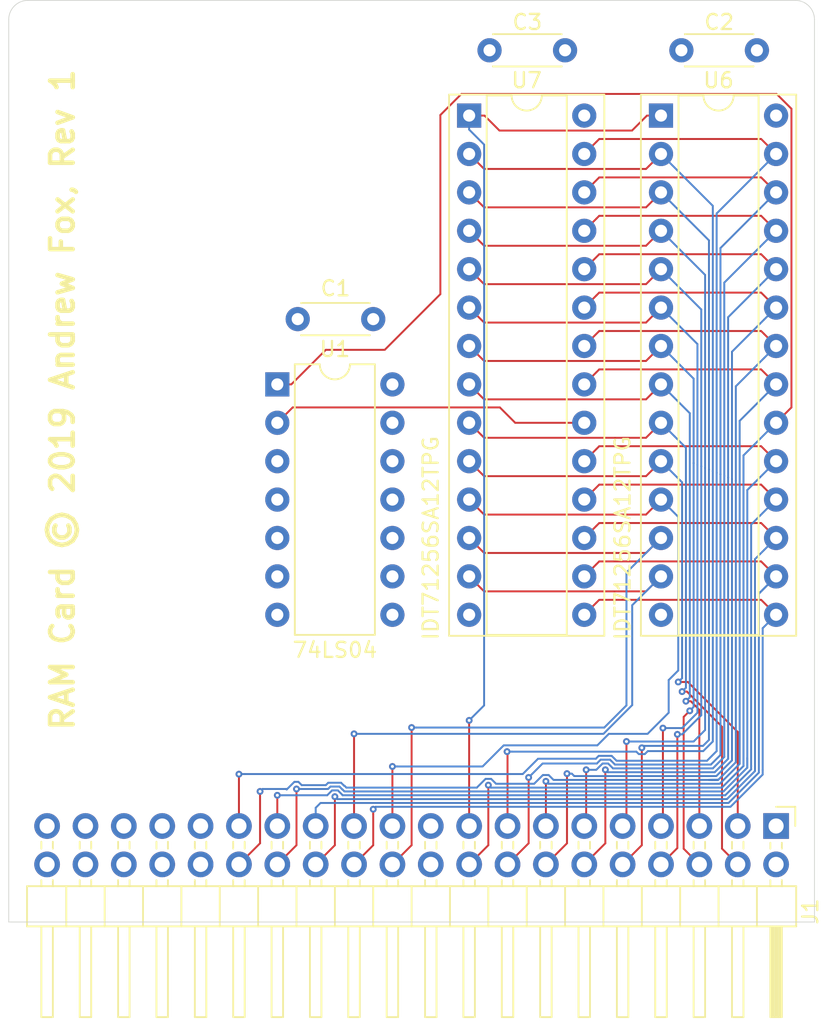
<source format=kicad_pcb>
(kicad_pcb (version 20171130) (host pcbnew "(5.1.0-0)")
  (title_block (title "RAM Card"))
  (layers (0 F.Cu signal) (1 GND.Cu power hide) (2 VCC.Cu power hide) (31 B.Cu signal) (34 B.Paste user) (35 F.Paste user) (36 B.SilkS user) (37 F.SilkS user) (38 B.Mask user) (39 F.Mask user) (44 Edge.Cuts user))
  (net 0 "")
  (net 1 GND)
  (net 2 VCC)
  (net 3 /~PO)
  (net 4 /~PI)
  (net 5 /DataBus7)
  (net 6 /DataBus6)
  (net 7 /DataBus5)
  (net 8 /DataBus4)
  (net 9 /DataBus3)
  (net 10 /DataBus2)
  (net 11 /DataBus1)
  (net 12 /DataBus0)
  (net 13 /AddressBus15)
  (net 14 /AddressBus14)
  (net 15 /AddressBus13)
  (net 16 /AddressBus12)
  (net 17 /AddressBus11)
  (net 18 /AddressBus10)
  (net 19 /AddressBus9)
  (net 20 /AddressBus8)
  (net 21 /AddressBus7)
  (net 22 /AddressBus6)
  (net 23 /AddressBus5)
  (net 24 /AddressBus4)
  (net 25 /AddressBus3)
  (net 26 /AddressBus2)
  (net 27 /AddressBus1)
  (net 28 /AddressBus0)
  (net 29 "Net-(U1-Pad2)")
  (module Connector_PinHeader_2.54mm:PinHeader_2x20_P2.54mm_Horizontal (layer F.Cu) (at 149.86 107.95 270)
    (fp_text reference J1 (at 5.655 -2.27 270) (layer F.SilkS))
    (fp_text value "Device 2")
    (pad 40 thru_hole oval (at 2.54 48.26 270) (size 1.7 1.7) (drill 1) (layers *.Cu *.Mask) (net 1 GND))
    (pad 39 thru_hole oval (at 0 48.26 270) (size 1.7 1.7) (drill 1) (layers *.Cu *.Mask) (net 1 GND))
    (pad 38 thru_hole oval (at 2.54 45.72 270) (size 1.7 1.7) (drill 1) (layers *.Cu *.Mask) (net 1 GND))
    (pad 37 thru_hole oval (at 0 45.72 270) (size 1.7 1.7) (drill 1) (layers *.Cu *.Mask) (net 1 GND))
    (pad 36 thru_hole oval (at 2.54 43.18 270) (size 1.7 1.7) (drill 1) (layers *.Cu *.Mask) (net 1 GND))
    (pad 35 thru_hole oval (at 0 43.18 270) (size 1.7 1.7) (drill 1) (layers *.Cu *.Mask) (net 1 GND))
    (pad 34 thru_hole oval (at 2.54 40.64 270) (size 1.7 1.7) (drill 1) (layers *.Cu *.Mask) (net 1 GND))
    (pad 33 thru_hole oval (at 0 40.64 270) (size 1.7 1.7) (drill 1) (layers *.Cu *.Mask) (net 1 GND))
    (pad 32 thru_hole oval (at 2.54 38.1 270) (size 1.7 1.7) (drill 1) (layers *.Cu *.Mask) (net 1 GND))
    (pad 31 thru_hole oval (at 0 38.1 270) (size 1.7 1.7) (drill 1) (layers *.Cu *.Mask) (net 1 GND))
    (pad 30 thru_hole oval (at 2.54 35.56 270) (size 1.7 1.7) (drill 1) (layers *.Cu *.Mask) (net 3 /~PO))
    (pad 29 thru_hole oval (at 0 35.56 270) (size 1.7 1.7) (drill 1) (layers *.Cu *.Mask) (net 4 /~PI))
    (pad 28 thru_hole oval (at 2.54 33.02 270) (size 1.7 1.7) (drill 1) (layers *.Cu *.Mask) (net 5 /DataBus7))
    (pad 27 thru_hole oval (at 0 33.02 270) (size 1.7 1.7) (drill 1) (layers *.Cu *.Mask) (net 6 /DataBus6))
    (pad 26 thru_hole oval (at 2.54 30.48 270) (size 1.7 1.7) (drill 1) (layers *.Cu *.Mask) (net 7 /DataBus5))
    (pad 25 thru_hole oval (at 0 30.48 270) (size 1.7 1.7) (drill 1) (layers *.Cu *.Mask) (net 8 /DataBus4))
    (pad 24 thru_hole oval (at 2.54 27.94 270) (size 1.7 1.7) (drill 1) (layers *.Cu *.Mask) (net 9 /DataBus3))
    (pad 23 thru_hole oval (at 0 27.94 270) (size 1.7 1.7) (drill 1) (layers *.Cu *.Mask) (net 10 /DataBus2))
    (pad 22 thru_hole oval (at 2.54 25.4 270) (size 1.7 1.7) (drill 1) (layers *.Cu *.Mask) (net 11 /DataBus1))
    (pad 21 thru_hole oval (at 0 25.4 270) (size 1.7 1.7) (drill 1) (layers *.Cu *.Mask) (net 12 /DataBus0))
    (pad 20 thru_hole oval (at 2.54 22.86 270) (size 1.7 1.7) (drill 1) (layers *.Cu *.Mask))
    (pad 19 thru_hole oval (at 0 22.86 270) (size 1.7 1.7) (drill 1) (layers *.Cu *.Mask))
    (pad 18 thru_hole oval (at 2.54 20.32 270) (size 1.7 1.7) (drill 1) (layers *.Cu *.Mask) (net 13 /AddressBus15))
    (pad 17 thru_hole oval (at 0 20.32 270) (size 1.7 1.7) (drill 1) (layers *.Cu *.Mask) (net 14 /AddressBus14))
    (pad 16 thru_hole oval (at 2.54 17.78 270) (size 1.7 1.7) (drill 1) (layers *.Cu *.Mask) (net 15 /AddressBus13))
    (pad 15 thru_hole oval (at 0 17.78 270) (size 1.7 1.7) (drill 1) (layers *.Cu *.Mask) (net 16 /AddressBus12))
    (pad 14 thru_hole oval (at 2.54 15.24 270) (size 1.7 1.7) (drill 1) (layers *.Cu *.Mask) (net 17 /AddressBus11))
    (pad 13 thru_hole oval (at 0 15.24 270) (size 1.7 1.7) (drill 1) (layers *.Cu *.Mask) (net 18 /AddressBus10))
    (pad 12 thru_hole oval (at 2.54 12.7 270) (size 1.7 1.7) (drill 1) (layers *.Cu *.Mask) (net 19 /AddressBus9))
    (pad 11 thru_hole oval (at 0 12.7 270) (size 1.7 1.7) (drill 1) (layers *.Cu *.Mask) (net 20 /AddressBus8))
    (pad 10 thru_hole oval (at 2.54 10.16 270) (size 1.7 1.7) (drill 1) (layers *.Cu *.Mask) (net 21 /AddressBus7))
    (pad 9 thru_hole oval (at 0 10.16 270) (size 1.7 1.7) (drill 1) (layers *.Cu *.Mask) (net 22 /AddressBus6))
    (pad 8 thru_hole oval (at 2.54 7.62 270) (size 1.7 1.7) (drill 1) (layers *.Cu *.Mask) (net 23 /AddressBus5))
    (pad 7 thru_hole oval (at 0 7.62 270) (size 1.7 1.7) (drill 1) (layers *.Cu *.Mask) (net 24 /AddressBus4))
    (pad 6 thru_hole oval (at 2.54 5.08 270) (size 1.7 1.7) (drill 1) (layers *.Cu *.Mask) (net 25 /AddressBus3))
    (pad 5 thru_hole oval (at 0 5.08 270) (size 1.7 1.7) (drill 1) (layers *.Cu *.Mask) (net 26 /AddressBus2))
    (pad 4 thru_hole oval (at 2.54 2.54 270) (size 1.7 1.7) (drill 1) (layers *.Cu *.Mask) (net 27 /AddressBus1))
    (pad 3 thru_hole oval (at 0 2.54 270) (size 1.7 1.7) (drill 1) (layers *.Cu *.Mask) (net 28 /AddressBus0))
    (pad 2 thru_hole oval (at 2.54 0 270) (size 1.7 1.7) (drill 1) (layers *.Cu *.Mask) (net 2 VCC))
    (pad 1 thru_hole rect (at 0 0 270) (size 1.7 1.7) (drill 1) (layers *.Cu *.Mask) (net 1 GND))
  )
  (module Capacitor_THT:C_Disc_D4.3mm_W1.9mm_P5.00mm (layer F.Cu) (at 123.19 74.422 180)
    (fp_text reference C1 (at 2.5 2.032 180) (layer F.SilkS))
    (fp_text value 100nF)
    (pad 2 thru_hole circle (at 5 0 180) (size 1.6 1.6) (drill 0.8) (layers *.Cu *.Mask) (net 1 GND))
    (pad 1 thru_hole circle (at 0 0 180) (size 1.6 1.6) (drill 0.8) (layers *.Cu *.Mask) (net 2 VCC))
  )
  (module Package_DIP:DIP-28_W7.62mm_Socket (layer F.Cu) (at 142.24 60.96)
    (fp_text reference U6 (at 3.81 -2.33) (layer F.SilkS))
    (fp_text value IDT71256SA12TPG (at -2.54 27.94 90) (layer F.SilkS))
    (pad 28 thru_hole oval (at 7.62 0) (size 1.6 1.6) (drill 0.8) (layers *.Cu *.Mask) (net 2 VCC))
    (pad 14 thru_hole oval (at 0 33.02) (size 1.6 1.6) (drill 0.8) (layers *.Cu *.Mask) (net 1 GND))
    (pad 27 thru_hole oval (at 7.62 2.54) (size 1.6 1.6) (drill 0.8) (layers *.Cu *.Mask) (net 4 /~PI))
    (pad 13 thru_hole oval (at 0 30.48) (size 1.6 1.6) (drill 0.8) (layers *.Cu *.Mask) (net 10 /DataBus2))
    (pad 26 thru_hole oval (at 7.62 5.08) (size 1.6 1.6) (drill 0.8) (layers *.Cu *.Mask) (net 15 /AddressBus13))
    (pad 12 thru_hole oval (at 0 27.94) (size 1.6 1.6) (drill 0.8) (layers *.Cu *.Mask) (net 11 /DataBus1))
    (pad 25 thru_hole oval (at 7.62 7.62) (size 1.6 1.6) (drill 0.8) (layers *.Cu *.Mask) (net 20 /AddressBus8))
    (pad 11 thru_hole oval (at 0 25.4) (size 1.6 1.6) (drill 0.8) (layers *.Cu *.Mask) (net 12 /DataBus0))
    (pad 24 thru_hole oval (at 7.62 10.16) (size 1.6 1.6) (drill 0.8) (layers *.Cu *.Mask) (net 19 /AddressBus9))
    (pad 10 thru_hole oval (at 0 22.86) (size 1.6 1.6) (drill 0.8) (layers *.Cu *.Mask) (net 28 /AddressBus0))
    (pad 23 thru_hole oval (at 7.62 12.7) (size 1.6 1.6) (drill 0.8) (layers *.Cu *.Mask) (net 17 /AddressBus11))
    (pad 9 thru_hole oval (at 0 20.32) (size 1.6 1.6) (drill 0.8) (layers *.Cu *.Mask) (net 27 /AddressBus1))
    (pad 22 thru_hole oval (at 7.62 15.24) (size 1.6 1.6) (drill 0.8) (layers *.Cu *.Mask) (net 3 /~PO))
    (pad 8 thru_hole oval (at 0 17.78) (size 1.6 1.6) (drill 0.8) (layers *.Cu *.Mask) (net 26 /AddressBus2))
    (pad 21 thru_hole oval (at 7.62 17.78) (size 1.6 1.6) (drill 0.8) (layers *.Cu *.Mask) (net 18 /AddressBus10))
    (pad 7 thru_hole oval (at 0 15.24) (size 1.6 1.6) (drill 0.8) (layers *.Cu *.Mask) (net 25 /AddressBus3))
    (pad 20 thru_hole oval (at 7.62 20.32) (size 1.6 1.6) (drill 0.8) (layers *.Cu *.Mask) (net 13 /AddressBus15))
    (pad 6 thru_hole oval (at 0 12.7) (size 1.6 1.6) (drill 0.8) (layers *.Cu *.Mask) (net 24 /AddressBus4))
    (pad 19 thru_hole oval (at 7.62 22.86) (size 1.6 1.6) (drill 0.8) (layers *.Cu *.Mask) (net 5 /DataBus7))
    (pad 5 thru_hole oval (at 0 10.16) (size 1.6 1.6) (drill 0.8) (layers *.Cu *.Mask) (net 23 /AddressBus5))
    (pad 18 thru_hole oval (at 7.62 25.4) (size 1.6 1.6) (drill 0.8) (layers *.Cu *.Mask) (net 6 /DataBus6))
    (pad 4 thru_hole oval (at 0 7.62) (size 1.6 1.6) (drill 0.8) (layers *.Cu *.Mask) (net 22 /AddressBus6))
    (pad 17 thru_hole oval (at 7.62 27.94) (size 1.6 1.6) (drill 0.8) (layers *.Cu *.Mask) (net 7 /DataBus5))
    (pad 3 thru_hole oval (at 0 5.08) (size 1.6 1.6) (drill 0.8) (layers *.Cu *.Mask) (net 21 /AddressBus7))
    (pad 16 thru_hole oval (at 7.62 30.48) (size 1.6 1.6) (drill 0.8) (layers *.Cu *.Mask) (net 8 /DataBus4))
    (pad 2 thru_hole oval (at 0 2.54) (size 1.6 1.6) (drill 0.8) (layers *.Cu *.Mask) (net 16 /AddressBus12))
    (pad 15 thru_hole oval (at 7.62 33.02) (size 1.6 1.6) (drill 0.8) (layers *.Cu *.Mask) (net 9 /DataBus3))
    (pad 1 thru_hole rect (at 0 0) (size 1.6 1.6) (drill 0.8) (layers *.Cu *.Mask) (net 14 /AddressBus14))
  )
  (module Package_DIP:DIP-14_W7.62mm (layer F.Cu) (at 116.84 78.74)
    (fp_text reference U1 (at 3.81 -2.33) (layer F.SilkS))
    (fp_text value 74LS04 (at 3.81 17.57) (layer F.SilkS))
    (pad 1 thru_hole rect (at 0 0) (size 1.6 1.6) (drill 0.8) (layers *.Cu *.Mask) (net 13 /AddressBus15))
    (pad 8 thru_hole oval (at 7.62 15.24) (size 1.6 1.6) (drill 0.8) (layers *.Cu *.Mask))
    (pad 2 thru_hole oval (at 0 2.54) (size 1.6 1.6) (drill 0.8) (layers *.Cu *.Mask) (net 29 "Net-(U1-Pad2)"))
    (pad 9 thru_hole oval (at 7.62 12.7) (size 1.6 1.6) (drill 0.8) (layers *.Cu *.Mask) (net 2 VCC))
    (pad 3 thru_hole oval (at 0 5.08) (size 1.6 1.6) (drill 0.8) (layers *.Cu *.Mask) (net 2 VCC))
    (pad 10 thru_hole oval (at 7.62 10.16) (size 1.6 1.6) (drill 0.8) (layers *.Cu *.Mask))
    (pad 4 thru_hole oval (at 0 7.62) (size 1.6 1.6) (drill 0.8) (layers *.Cu *.Mask))
    (pad 11 thru_hole oval (at 7.62 7.62) (size 1.6 1.6) (drill 0.8) (layers *.Cu *.Mask) (net 2 VCC))
    (pad 5 thru_hole oval (at 0 10.16) (size 1.6 1.6) (drill 0.8) (layers *.Cu *.Mask) (net 2 VCC))
    (pad 12 thru_hole oval (at 7.62 5.08) (size 1.6 1.6) (drill 0.8) (layers *.Cu *.Mask))
    (pad 6 thru_hole oval (at 0 12.7) (size 1.6 1.6) (drill 0.8) (layers *.Cu *.Mask))
    (pad 13 thru_hole oval (at 7.62 2.54) (size 1.6 1.6) (drill 0.8) (layers *.Cu *.Mask) (net 2 VCC))
    (pad 7 thru_hole oval (at 0 15.24) (size 1.6 1.6) (drill 0.8) (layers *.Cu *.Mask))
    (pad 14 thru_hole oval (at 7.62 0) (size 1.6 1.6) (drill 0.8) (layers *.Cu *.Mask))
  )
  (module Package_DIP:DIP-28_W7.62mm_Socket (layer F.Cu) (at 129.54 60.96)
    (fp_text reference U7 (at 3.81 -2.33) (layer F.SilkS))
    (fp_text value IDT71256SA12TPG (at -2.54 27.94 90) (layer F.SilkS))
    (pad 28 thru_hole oval (at 7.62 0) (size 1.6 1.6) (drill 0.8) (layers *.Cu *.Mask) (net 2 VCC))
    (pad 14 thru_hole oval (at 0 33.02) (size 1.6 1.6) (drill 0.8) (layers *.Cu *.Mask) (net 1 GND))
    (pad 27 thru_hole oval (at 7.62 2.54) (size 1.6 1.6) (drill 0.8) (layers *.Cu *.Mask) (net 4 /~PI))
    (pad 13 thru_hole oval (at 0 30.48) (size 1.6 1.6) (drill 0.8) (layers *.Cu *.Mask) (net 10 /DataBus2))
    (pad 26 thru_hole oval (at 7.62 5.08) (size 1.6 1.6) (drill 0.8) (layers *.Cu *.Mask) (net 15 /AddressBus13))
    (pad 12 thru_hole oval (at 0 27.94) (size 1.6 1.6) (drill 0.8) (layers *.Cu *.Mask) (net 11 /DataBus1))
    (pad 25 thru_hole oval (at 7.62 7.62) (size 1.6 1.6) (drill 0.8) (layers *.Cu *.Mask) (net 20 /AddressBus8))
    (pad 11 thru_hole oval (at 0 25.4) (size 1.6 1.6) (drill 0.8) (layers *.Cu *.Mask) (net 12 /DataBus0))
    (pad 24 thru_hole oval (at 7.62 10.16) (size 1.6 1.6) (drill 0.8) (layers *.Cu *.Mask) (net 19 /AddressBus9))
    (pad 10 thru_hole oval (at 0 22.86) (size 1.6 1.6) (drill 0.8) (layers *.Cu *.Mask) (net 28 /AddressBus0))
    (pad 23 thru_hole oval (at 7.62 12.7) (size 1.6 1.6) (drill 0.8) (layers *.Cu *.Mask) (net 17 /AddressBus11))
    (pad 9 thru_hole oval (at 0 20.32) (size 1.6 1.6) (drill 0.8) (layers *.Cu *.Mask) (net 27 /AddressBus1))
    (pad 22 thru_hole oval (at 7.62 15.24) (size 1.6 1.6) (drill 0.8) (layers *.Cu *.Mask) (net 3 /~PO))
    (pad 8 thru_hole oval (at 0 17.78) (size 1.6 1.6) (drill 0.8) (layers *.Cu *.Mask) (net 26 /AddressBus2))
    (pad 21 thru_hole oval (at 7.62 17.78) (size 1.6 1.6) (drill 0.8) (layers *.Cu *.Mask) (net 18 /AddressBus10))
    (pad 7 thru_hole oval (at 0 15.24) (size 1.6 1.6) (drill 0.8) (layers *.Cu *.Mask) (net 25 /AddressBus3))
    (pad 20 thru_hole oval (at 7.62 20.32) (size 1.6 1.6) (drill 0.8) (layers *.Cu *.Mask) (net 29 "Net-(U1-Pad2)"))
    (pad 6 thru_hole oval (at 0 12.7) (size 1.6 1.6) (drill 0.8) (layers *.Cu *.Mask) (net 24 /AddressBus4))
    (pad 19 thru_hole oval (at 7.62 22.86) (size 1.6 1.6) (drill 0.8) (layers *.Cu *.Mask) (net 5 /DataBus7))
    (pad 5 thru_hole oval (at 0 10.16) (size 1.6 1.6) (drill 0.8) (layers *.Cu *.Mask) (net 23 /AddressBus5))
    (pad 18 thru_hole oval (at 7.62 25.4) (size 1.6 1.6) (drill 0.8) (layers *.Cu *.Mask) (net 6 /DataBus6))
    (pad 4 thru_hole oval (at 0 7.62) (size 1.6 1.6) (drill 0.8) (layers *.Cu *.Mask) (net 22 /AddressBus6))
    (pad 17 thru_hole oval (at 7.62 27.94) (size 1.6 1.6) (drill 0.8) (layers *.Cu *.Mask) (net 7 /DataBus5))
    (pad 3 thru_hole oval (at 0 5.08) (size 1.6 1.6) (drill 0.8) (layers *.Cu *.Mask) (net 21 /AddressBus7))
    (pad 16 thru_hole oval (at 7.62 30.48) (size 1.6 1.6) (drill 0.8) (layers *.Cu *.Mask) (net 8 /DataBus4))
    (pad 2 thru_hole oval (at 0 2.54) (size 1.6 1.6) (drill 0.8) (layers *.Cu *.Mask) (net 16 /AddressBus12))
    (pad 15 thru_hole oval (at 7.62 33.02) (size 1.6 1.6) (drill 0.8) (layers *.Cu *.Mask) (net 9 /DataBus3))
    (pad 1 thru_hole rect (at 0 0) (size 1.6 1.6) (drill 0.8) (layers *.Cu *.Mask) (net 14 /AddressBus14))
  )
  (module Capacitor_THT:C_Disc_D4.3mm_W1.9mm_P5.00mm (layer F.Cu) (at 135.89 56.642 180)
    (fp_text reference C3 (at 2.5 1.864 180) (layer F.SilkS))
    (fp_text value 100nF)
    (pad 2 thru_hole circle (at 5 0 180) (size 1.6 1.6) (drill 0.8) (layers *.Cu *.Mask) (net 1 GND))
    (pad 1 thru_hole circle (at 0 0 180) (size 1.6 1.6) (drill 0.8) (layers *.Cu *.Mask) (net 2 VCC))
  )
  (module Capacitor_THT:C_Disc_D4.3mm_W1.9mm_P5.00mm (layer F.Cu) (at 148.59 56.642 180)
    (fp_text reference C2 (at 2.5 1.864 180) (layer F.SilkS))
    (fp_text value 100nF)
    (pad 2 thru_hole circle (at 5 0 180) (size 1.6 1.6) (drill 0.8) (layers *.Cu *.Mask) (net 1 GND))
    (pad 1 thru_hole circle (at 0 0 180) (size 1.6 1.6) (drill 0.8) (layers *.Cu *.Mask) (net 2 VCC))
  )
  (gr_arc (start 151.13 54.61) (end 152.4 54.61) (angle -90) (layer Edge.Cuts) (width 0.05))
  (gr_arc (start 100.33 54.61) (end 100.33 53.34) (angle -90) (layer Edge.Cuts) (width 0.05))
  (gr_line (start 99.06 114.3) (end 152.4 114.3) (layer Edge.Cuts) (width 0.05))
  (gr_line (start 99.06 54.61) (end 99.06 114.3) (layer Edge.Cuts) (width 0.05))
  (gr_line (start 151.13 53.34) (end 100.33 53.34) (layer Edge.Cuts) (width 0.05))
  (gr_line (start 152.4 114.3) (end 152.4 54.61) (layer Edge.Cuts) (width 0.05))
  (gr_text "RAM Card © 2019 Andrew Fox, Rev 1" (at 102.616 79.756 90) (layer F.SilkS) (effects (font (size 1.5 1.5) (thickness 0.3))))
  (segment (start 149.060001 75.400001) (end 149.86 76.2) (width 0.127) (layer F.Cu) (net 3))
  (segment (start 148.869499 75.209499) (end 149.060001 75.400001) (width 0.127) (layer F.Cu) (net 3))
  (segment (start 138.150501 75.209499) (end 148.869499 75.209499) (width 0.127) (layer F.Cu) (net 3))
  (segment (start 137.16 76.2) (end 138.150501 75.209499) (width 0.127) (layer F.Cu) (net 3))
  (via (at 115.697 105.664) (size 0.45) (drill 0.2) (layers F.Cu B.Cu) (net 3))
  (segment (start 115.697 109.093) (end 114.3 110.49) (width 0.127) (layer F.Cu) (net 3))
  (segment (start 115.697 105.664) (end 115.697 109.093) (width 0.127) (layer F.Cu) (net 3))
  (segment (start 146.006506 104.90194) (end 146.00651 104.901938) (width 0.127) (layer B.Cu) (net 3))
  (segment (start 145.79606 104.90194) (end 146.006506 104.90194) (width 0.127) (layer B.Cu) (net 3))
  (segment (start 145.54206 104.90194) (end 146.02466 104.90194) (width 0.127) (layer B.Cu) (net 3))
  (segment (start 145.64366 104.90194) (end 146.006508 104.90194) (width 0.127) (layer B.Cu) (net 3))
  (segment (start 145.54206 104.90194) (end 145.64366 104.90194) (width 0.127) (layer B.Cu) (net 3))
  (segment (start 145.41494 104.90194) (end 146.02466 104.90194) (width 0.127) (layer B.Cu) (net 3))
  (segment (start 145.41494 104.90194) (end 145.54206 104.90194) (width 0.127) (layer B.Cu) (net 3))
  (segment (start 120.04951 105.24849) (end 120.211021 105.086979) (width 0.127) (layer B.Cu) (net 3))
  (segment (start 120.211021 105.086979) (end 121.059869 105.086979) (width 0.127) (layer B.Cu) (net 3))
  (segment (start 130.994969 104.832969) (end 131.31795 105.15595) (width 0.127) (layer B.Cu) (net 3))
  (segment (start 115.858501 105.502499) (end 117.426057 105.502499) (width 0.127) (layer B.Cu) (net 3))
  (segment (start 115.697 105.664) (end 115.858501 105.502499) (width 0.127) (layer B.Cu) (net 3))
  (segment (start 135.12794 104.90194) (end 145.41494 104.90194) (width 0.127) (layer B.Cu) (net 3))
  (segment (start 117.460558 105.537) (end 117.968558 105.029) (width 0.127) (layer B.Cu) (net 3))
  (segment (start 134.804948 104.578948) (end 135.12794 104.90194) (width 0.127) (layer B.Cu) (net 3))
  (segment (start 117.426057 105.502499) (end 117.460558 105.537) (width 0.127) (layer B.Cu) (net 3))
  (segment (start 117.968558 105.029) (end 118.237 105.029) (width 0.127) (layer B.Cu) (net 3))
  (segment (start 121.41196 105.40996) (end 130.04804 105.40996) (width 0.127) (layer B.Cu) (net 3))
  (segment (start 118.237 105.029) (end 118.45649 105.24849) (width 0.127) (layer B.Cu) (net 3))
  (segment (start 121.25589 105.283) (end 121.285 105.283) (width 0.127) (layer B.Cu) (net 3))
  (segment (start 134.420559 104.578948) (end 134.804948 104.578948) (width 0.127) (layer B.Cu) (net 3))
  (segment (start 130.625031 104.832969) (end 130.994969 104.832969) (width 0.127) (layer B.Cu) (net 3))
  (segment (start 121.285 105.283) (end 121.41196 105.40996) (width 0.127) (layer B.Cu) (net 3))
  (segment (start 130.04804 105.40996) (end 130.625031 104.832969) (width 0.127) (layer B.Cu) (net 3))
  (segment (start 118.45649 105.24849) (end 120.04951 105.24849) (width 0.127) (layer B.Cu) (net 3))
  (segment (start 133.843557 105.15595) (end 134.420559 104.578948) (width 0.127) (layer B.Cu) (net 3))
  (segment (start 131.31795 105.15595) (end 133.843557 105.15595) (width 0.127) (layer B.Cu) (net 3))
  (segment (start 121.059869 105.086979) (end 121.25589 105.283) (width 0.127) (layer B.Cu) (net 3))
  (segment (start 145.64366 104.90194) (end 145.79606 104.90194) (width 0.127) (layer B.Cu) (net 3))
  (segment (start 147.192959 103.733641) (end 147.192959 85.108166) (width 0.127) (layer B.Cu) (net 3))
  (segment (start 147.193055 78.866945) (end 149.060001 76.999999) (width 0.127) (layer B.Cu) (net 3))
  (segment (start 147.193055 85.10807) (end 147.193055 78.866945) (width 0.127) (layer B.Cu) (net 3))
  (segment (start 147.192959 85.108166) (end 147.193055 85.10807) (width 0.127) (layer B.Cu) (net 3))
  (segment (start 146.02466 104.90194) (end 147.192959 103.733641) (width 0.127) (layer B.Cu) (net 3))
  (segment (start 149.060001 76.999999) (end 149.86 76.2) (width 0.127) (layer B.Cu) (net 3))
  (segment (start 137.959999 62.700001) (end 137.16 63.5) (width 0.127) (layer F.Cu) (net 4))
  (segment (start 138.150501 62.509499) (end 137.959999 62.700001) (width 0.127) (layer F.Cu) (net 4))
  (segment (start 148.869499 62.509499) (end 138.150501 62.509499) (width 0.127) (layer F.Cu) (net 4))
  (segment (start 149.86 63.5) (end 148.869499 62.509499) (width 0.127) (layer F.Cu) (net 4))
  (segment (start 133.088754 104.513754) (end 114.688246 104.513754) (width 0.127) (layer B.Cu) (net 4))
  (segment (start 134.104754 103.497754) (end 133.088754 104.513754) (width 0.127) (layer B.Cu) (net 4))
  (segment (start 138.974133 103.308909) (end 138.118091 103.308909) (width 0.127) (layer B.Cu) (net 4))
  (segment (start 137.914754 103.497754) (end 134.104754 103.497754) (width 0.127) (layer B.Cu) (net 4))
  (segment (start 139.297114 103.63189) (end 138.974133 103.308909) (width 0.127) (layer B.Cu) (net 4))
  (segment (start 145.922905 102.997095) (end 145.28811 103.63189) (width 0.127) (layer B.Cu) (net 4))
  (segment (start 145.923 84.582001) (end 145.922905 84.582096) (width 0.127) (layer B.Cu) (net 4))
  (segment (start 138.118091 103.308909) (end 137.922 103.505) (width 0.127) (layer B.Cu) (net 4))
  (segment (start 145.922905 84.582096) (end 145.922905 102.997095) (width 0.127) (layer B.Cu) (net 4))
  (segment (start 145.28811 103.63189) (end 139.297114 103.63189) (width 0.127) (layer B.Cu) (net 4))
  (segment (start 145.923 67.437) (end 145.923 84.582001) (width 0.127) (layer B.Cu) (net 4))
  (segment (start 137.922 103.505) (end 137.914754 103.497754) (width 0.127) (layer B.Cu) (net 4))
  (segment (start 149.86 63.5) (end 145.923 67.437) (width 0.127) (layer B.Cu) (net 4))
  (via (at 114.3 104.521) (size 0.45) (drill 0.2) (layers F.Cu B.Cu) (net 4))
  (segment (start 114.307246 104.513754) (end 114.3 104.521) (width 0.127) (layer B.Cu) (net 4))
  (segment (start 114.688246 104.513754) (end 114.307246 104.513754) (width 0.127) (layer B.Cu) (net 4))
  (segment (start 114.3 104.521) (end 114.3 107.95) (width 0.127) (layer F.Cu) (net 4))
  (segment (start 137.959999 83.020001) (end 137.16 83.82) (width 0.127) (layer F.Cu) (net 5))
  (segment (start 138.150501 82.829499) (end 137.959999 83.020001) (width 0.127) (layer F.Cu) (net 5))
  (segment (start 148.869499 82.829499) (end 138.150501 82.829499) (width 0.127) (layer F.Cu) (net 5))
  (segment (start 149.86 83.82) (end 148.869499 82.829499) (width 0.127) (layer F.Cu) (net 5))
  (segment (start 147.954981 85.725019) (end 149.86 83.82) (width 0.127) (layer B.Cu) (net 5))
  (segment (start 147.954981 103.454219) (end 147.954981 104.096389) (width 0.127) (layer B.Cu) (net 5))
  (segment (start 147.954981 103.454219) (end 147.954981 85.725019) (width 0.127) (layer B.Cu) (net 5))
  (segment (start 118.11 105.5025) (end 118.11 109.22) (width 0.127) (layer F.Cu) (net 5))
  (segment (start 118.11 109.22) (end 116.84 110.49) (width 0.127) (layer F.Cu) (net 5))
  (via (at 118.11 105.5025) (size 0.45) (drill 0.2) (layers F.Cu B.Cu) (net 5))
  (segment (start 121.28497 105.66397) (end 146.376606 105.66397) (width 0.127) (layer B.Cu) (net 5))
  (segment (start 120.198276 105.5025) (end 120.359787 105.340989) (width 0.127) (layer B.Cu) (net 5))
  (segment (start 147.954981 104.085595) (end 147.954981 103.454219) (width 0.127) (layer B.Cu) (net 5))
  (segment (start 121.150666 105.537) (end 121.158 105.537) (width 0.127) (layer B.Cu) (net 5))
  (segment (start 146.376606 105.66397) (end 147.954981 104.085595) (width 0.127) (layer B.Cu) (net 5))
  (segment (start 120.954655 105.340989) (end 121.150666 105.537) (width 0.127) (layer B.Cu) (net 5))
  (segment (start 121.158 105.537) (end 121.28497 105.66397) (width 0.127) (layer B.Cu) (net 5))
  (segment (start 120.359787 105.340989) (end 120.954655 105.340989) (width 0.127) (layer B.Cu) (net 5))
  (segment (start 118.11 105.5025) (end 120.198276 105.5025) (width 0.127) (layer B.Cu) (net 5))
  (segment (start 148.869499 85.369499) (end 149.060001 85.560001) (width 0.127) (layer F.Cu) (net 6))
  (segment (start 138.150501 85.369499) (end 148.869499 85.369499) (width 0.127) (layer F.Cu) (net 6))
  (segment (start 149.060001 85.560001) (end 149.86 86.36) (width 0.127) (layer F.Cu) (net 6))
  (segment (start 137.16 86.36) (end 138.150501 85.369499) (width 0.127) (layer F.Cu) (net 6))
  (via (at 116.84 105.918) (size 0.45) (drill 0.2) (layers F.Cu B.Cu) (net 6))
  (segment (start 116.84 105.918) (end 116.84 107.95) (width 0.127) (layer F.Cu) (net 6))
  (segment (start 148.208991 88.011009) (end 149.86 86.36) (width 0.127) (layer B.Cu) (net 6))
  (segment (start 148.208991 90.677991) (end 148.208991 88.011009) (width 0.127) (layer B.Cu) (net 6))
  (segment (start 120.465001 105.594999) (end 120.849441 105.594999) (width 0.127) (layer B.Cu) (net 6))
  (segment (start 120.142 105.918) (end 120.465001 105.594999) (width 0.127) (layer B.Cu) (net 6))
  (segment (start 121.15798 105.903538) (end 121.15798 105.91798) (width 0.127) (layer B.Cu) (net 6))
  (segment (start 120.849441 105.594999) (end 121.15798 105.903538) (width 0.127) (layer B.Cu) (net 6))
  (segment (start 148.209 90.678) (end 148.208991 90.677991) (width 0.127) (layer B.Cu) (net 6))
  (segment (start 116.84 105.918) (end 120.142 105.918) (width 0.127) (layer B.Cu) (net 6))
  (segment (start 148.208991 103.987609) (end 148.209 103.9876) (width 0.127) (layer B.Cu) (net 6))
  (segment (start 148.208991 104.201603) (end 148.208991 103.987609) (width 0.127) (layer B.Cu) (net 6))
  (segment (start 146.492616 105.917978) (end 148.208991 104.201603) (width 0.127) (layer B.Cu) (net 6))
  (segment (start 121.15798 105.91798) (end 146.30402 105.91798) (width 0.127) (layer B.Cu) (net 6))
  (segment (start 148.209 103.9876) (end 148.209 90.678) (width 0.127) (layer B.Cu) (net 6))
  (segment (start 146.30402 105.91798) (end 146.492616 105.917978) (width 0.127) (layer B.Cu) (net 6))
  (segment (start 137.959999 88.100001) (end 137.16 88.9) (width 0.127) (layer F.Cu) (net 7))
  (segment (start 148.869499 87.909499) (end 138.150501 87.909499) (width 0.127) (layer F.Cu) (net 7))
  (segment (start 138.150501 87.909499) (end 137.959999 88.100001) (width 0.127) (layer F.Cu) (net 7))
  (segment (start 149.86 88.9) (end 148.869499 87.909499) (width 0.127) (layer F.Cu) (net 7))
  (via (at 120.65 106.0105) (size 0.45) (drill 0.2) (layers F.Cu B.Cu) (net 7))
  (segment (start 120.65 109.22) (end 119.38 110.49) (width 0.127) (layer F.Cu) (net 7))
  (segment (start 120.65 106.0105) (end 120.65 109.22) (width 0.127) (layer F.Cu) (net 7))
  (segment (start 120.65 106.0105) (end 120.81149 106.17199) (width 0.127) (layer B.Cu) (net 7))
  (segment (start 120.81149 106.17199) (end 146.605186 106.17199) (width 0.127) (layer B.Cu) (net 7))
  (segment (start 146.605186 106.17199) (end 148.463 104.314176) (width 0.127) (layer B.Cu) (net 7))
  (segment (start 148.463 104.314176) (end 148.463 90.297) (width 0.127) (layer B.Cu) (net 7))
  (segment (start 148.463 90.297) (end 149.060001 89.699999) (width 0.127) (layer B.Cu) (net 7))
  (segment (start 149.060001 89.699999) (end 149.86 88.9) (width 0.127) (layer B.Cu) (net 7))
  (segment (start 137.959999 90.640001) (end 137.16 91.44) (width 0.127) (layer F.Cu) (net 8))
  (segment (start 148.869499 90.449499) (end 138.150501 90.449499) (width 0.127) (layer F.Cu) (net 8))
  (segment (start 138.150501 90.449499) (end 137.959999 90.640001) (width 0.127) (layer F.Cu) (net 8))
  (segment (start 149.86 91.44) (end 148.869499 90.449499) (width 0.127) (layer F.Cu) (net 8))
  (segment (start 119.38 107.95) (end 119.38 106.747919) (width 0.127) (layer B.Cu) (net 8))
  (segment (start 119.38 106.747919) (end 119.701919 106.426) (width 0.127) (layer B.Cu) (net 8))
  (segment (start 119.701919 106.426) (end 146.177 106.426) (width 0.127) (layer B.Cu) (net 8))
  (segment (start 148.717 92.583) (end 149.86 91.44) (width 0.127) (layer B.Cu) (net 8))
  (segment (start 148.71701 92.58299) (end 149.86 91.44) (width 0.127) (layer B.Cu) (net 8))
  (segment (start 148.71701 104.41939) (end 148.71701 92.58299) (width 0.127) (layer B.Cu) (net 8))
  (segment (start 146.710401 106.425999) (end 148.71701 104.41939) (width 0.127) (layer B.Cu) (net 8))
  (segment (start 146.177 106.426) (end 146.710401 106.425999) (width 0.127) (layer B.Cu) (net 8))
  (segment (start 137.959999 93.180001) (end 137.16 93.98) (width 0.127) (layer F.Cu) (net 9))
  (segment (start 138.150501 92.989499) (end 137.959999 93.180001) (width 0.127) (layer F.Cu) (net 9))
  (segment (start 148.869499 92.989499) (end 138.150501 92.989499) (width 0.127) (layer F.Cu) (net 9))
  (segment (start 149.86 93.98) (end 148.869499 92.989499) (width 0.127) (layer F.Cu) (net 9))
  (segment (start 123.19 107.159708) (end 123.19 106.84151) (width 0.127) (layer F.Cu) (net 9))
  (via (at 123.19 106.84151) (size 0.45) (drill 0.2) (layers F.Cu B.Cu) (net 9))
  (segment (start 121.92 110.49) (end 123.19 109.22) (width 0.127) (layer F.Cu) (net 9))
  (segment (start 149.86 93.98) (end 148.97101 94.86899) (width 0.127) (layer B.Cu) (net 9))
  (segment (start 123.3515 106.68001) (end 123.19 106.84151) (width 0.127) (layer B.Cu) (net 9))
  (segment (start 123.19 109.22) (end 123.19 107.159708) (width 0.127) (layer F.Cu) (net 9))
  (segment (start 146.27859 106.68001) (end 146.83739 106.68001) (width 0.127) (layer B.Cu) (net 9))
  (segment (start 146.35479 106.68001) (end 146.27859 106.68001) (width 0.127) (layer B.Cu) (net 9))
  (segment (start 148.97101 104.54639) (end 148.97101 104.24161) (width 0.127) (layer B.Cu) (net 9))
  (segment (start 146.83739 106.68001) (end 148.97101 104.54639) (width 0.127) (layer B.Cu) (net 9))
  (segment (start 148.97101 94.86899) (end 148.97101 104.24161) (width 0.127) (layer B.Cu) (net 9))
  (segment (start 146.27859 106.68001) (end 123.3515 106.68001) (width 0.127) (layer B.Cu) (net 9))
  (segment (start 130.339999 92.239999) (end 129.54 91.44) (width 0.127) (layer F.Cu) (net 10))
  (segment (start 130.530501 92.430501) (end 130.339999 92.239999) (width 0.127) (layer F.Cu) (net 10))
  (segment (start 141.249499 92.430501) (end 130.530501 92.430501) (width 0.127) (layer F.Cu) (net 10))
  (segment (start 142.24 91.44) (end 141.249499 92.430501) (width 0.127) (layer F.Cu) (net 10))
  (segment (start 142.24 91.44) (end 140.335 93.345) (width 0.127) (layer B.Cu) (net 10))
  (segment (start 140.335 93.345) (end 140.335 99.949) (width 0.127) (layer B.Cu) (net 10))
  (segment (start 140.335 99.949) (end 138.43 101.854) (width 0.127) (layer B.Cu) (net 10))
  (via (at 121.92 101.854) (size 0.45) (drill 0.2) (layers F.Cu B.Cu) (net 10))
  (segment (start 138.43 101.854) (end 121.92 101.854) (width 0.127) (layer B.Cu) (net 10))
  (segment (start 121.92 101.854) (end 121.92 107.95) (width 0.127) (layer F.Cu) (net 10))
  (segment (start 141.440001 89.699999) (end 142.24 88.9) (width 0.127) (layer F.Cu) (net 11))
  (segment (start 141.249499 89.890501) (end 141.440001 89.699999) (width 0.127) (layer F.Cu) (net 11))
  (segment (start 130.530501 89.890501) (end 141.249499 89.890501) (width 0.127) (layer F.Cu) (net 11))
  (segment (start 129.54 88.9) (end 130.530501 89.890501) (width 0.127) (layer F.Cu) (net 11))
  (via (at 125.73 101.43849) (size 0.45) (drill 0.2) (layers F.Cu B.Cu) (net 11))
  (segment (start 125.73 109.22) (end 125.73 101.756688) (width 0.127) (layer F.Cu) (net 11))
  (segment (start 124.46 110.49) (end 125.73 109.22) (width 0.127) (layer F.Cu) (net 11))
  (segment (start 125.73 101.756688) (end 125.73 101.43849) (width 0.127) (layer F.Cu) (net 11))
  (segment (start 139.953991 91.186009) (end 139.953991 99.970785) (width 0.127) (layer B.Cu) (net 11))
  (segment (start 139.953991 99.970785) (end 138.486286 101.43849) (width 0.127) (layer B.Cu) (net 11))
  (segment (start 142.24 88.9) (end 139.953991 91.186009) (width 0.127) (layer B.Cu) (net 11))
  (segment (start 126.048198 101.43849) (end 125.73 101.43849) (width 0.127) (layer B.Cu) (net 11))
  (segment (start 138.486286 101.43849) (end 126.048198 101.43849) (width 0.127) (layer B.Cu) (net 11))
  (segment (start 130.339999 87.159999) (end 129.54 86.36) (width 0.127) (layer F.Cu) (net 12))
  (segment (start 141.249499 87.350501) (end 130.530501 87.350501) (width 0.127) (layer F.Cu) (net 12))
  (segment (start 130.530501 87.350501) (end 130.339999 87.159999) (width 0.127) (layer F.Cu) (net 12))
  (segment (start 142.24 86.36) (end 141.249499 87.350501) (width 0.127) (layer F.Cu) (net 12))
  (via (at 124.46 104.013) (size 0.45) (drill 0.2) (layers F.Cu B.Cu) (net 12))
  (segment (start 124.46 104.013) (end 124.46 107.95) (width 0.127) (layer F.Cu) (net 12))
  (segment (start 131.825989 102.616011) (end 130.429 104.013) (width 0.127) (layer B.Cu) (net 12))
  (segment (start 143.382805 87.502805) (end 143.382805 97.663195) (width 0.127) (layer B.Cu) (net 12))
  (segment (start 138.027214 102.616011) (end 131.825989 102.616011) (width 0.127) (layer B.Cu) (net 12))
  (segment (start 130.429 104.013) (end 124.778198 104.013) (width 0.127) (layer B.Cu) (net 12))
  (segment (start 141.351 101.854) (end 138.789225 101.854) (width 0.127) (layer B.Cu) (net 12))
  (segment (start 124.778198 104.013) (end 124.46 104.013) (width 0.127) (layer B.Cu) (net 12))
  (segment (start 138.789225 101.854) (end 138.027214 102.616011) (width 0.127) (layer B.Cu) (net 12))
  (segment (start 142.748 98.298) (end 142.748 100.457) (width 0.127) (layer B.Cu) (net 12))
  (segment (start 143.382805 97.663195) (end 142.748 98.298) (width 0.127) (layer B.Cu) (net 12))
  (segment (start 142.24 86.36) (end 143.382805 87.502805) (width 0.127) (layer B.Cu) (net 12))
  (segment (start 142.748 100.457) (end 141.351 101.854) (width 0.127) (layer B.Cu) (net 12))
  (via (at 130.81 105.24847) (size 0.45) (drill 0.2) (layers F.Cu B.Cu) (net 13))
  (segment (start 130.81 109.22) (end 129.54 110.49) (width 0.127) (layer F.Cu) (net 13))
  (segment (start 130.81 105.24847) (end 130.81 109.22) (width 0.127) (layer F.Cu) (net 13))
  (segment (start 147.701077 85.318498) (end 147.700971 85.318604) (width 0.127) (layer B.Cu) (net 13))
  (segment (start 146.271393 105.409959) (end 130.971489 105.409959) (width 0.127) (layer B.Cu) (net 13))
  (segment (start 130.971489 105.409959) (end 130.81 105.24847) (width 0.127) (layer B.Cu) (net 13))
  (segment (start 147.700971 85.318604) (end 147.700971 103.980381) (width 0.127) (layer B.Cu) (net 13))
  (segment (start 149.86 81.28) (end 147.701077 83.438923) (width 0.127) (layer B.Cu) (net 13))
  (segment (start 147.700971 103.980381) (end 146.271393 105.409959) (width 0.127) (layer B.Cu) (net 13))
  (segment (start 147.701077 83.438923) (end 147.701077 85.318498) (width 0.127) (layer B.Cu) (net 13))
  (segment (start 120.053 76.454) (end 117.767 78.74) (width 0.127) (layer F.Cu) (net 13))
  (segment (start 127.635 72.771) (end 123.952 76.454) (width 0.127) (layer F.Cu) (net 13))
  (segment (start 117.767 78.74) (end 116.84 78.74) (width 0.127) (layer F.Cu) (net 13))
  (segment (start 127.635 60.922098) (end 127.635 72.771) (width 0.127) (layer F.Cu) (net 13))
  (segment (start 129.028569 59.528529) (end 127.635 60.922098) (width 0.127) (layer F.Cu) (net 13))
  (segment (start 149.894471 59.528529) (end 129.028569 59.528529) (width 0.127) (layer F.Cu) (net 13))
  (segment (start 150.876 60.510058) (end 149.894471 59.528529) (width 0.127) (layer F.Cu) (net 13))
  (segment (start 123.952 76.454) (end 120.053 76.454) (width 0.127) (layer F.Cu) (net 13))
  (segment (start 150.876 80.264) (end 150.876 60.510058) (width 0.127) (layer F.Cu) (net 13))
  (segment (start 149.86 81.28) (end 150.876 80.264) (width 0.127) (layer F.Cu) (net 13))
  (segment (start 140.322499 61.950501) (end 141.313 60.96) (width 0.127) (layer F.Cu) (net 14))
  (segment (start 141.313 60.96) (end 142.24 60.96) (width 0.127) (layer F.Cu) (net 14))
  (segment (start 130.556 60.96) (end 129.54 60.96) (width 0.127) (layer F.Cu) (net 14))
  (segment (start 131.546501 61.950501) (end 130.556 60.96) (width 0.127) (layer F.Cu) (net 14))
  (segment (start 131.546501 61.950501) (end 140.322499 61.950501) (width 0.127) (layer F.Cu) (net 14))
  (via (at 129.54 100.965) (size 0.45) (drill 0.2) (layers F.Cu B.Cu) (net 14))
  (segment (start 129.54 107.95) (end 129.54 100.965) (width 0.127) (layer F.Cu) (net 14))
  (segment (start 129.54 61.887) (end 129.54 60.96) (width 0.127) (layer B.Cu) (net 14))
  (segment (start 130.530501 62.877501) (end 129.54 61.887) (width 0.127) (layer B.Cu) (net 14))
  (segment (start 130.530501 99.974499) (end 130.530501 62.877501) (width 0.127) (layer B.Cu) (net 14))
  (segment (start 129.54 100.965) (end 130.530501 99.974499) (width 0.127) (layer B.Cu) (net 14))
  (segment (start 148.869499 65.049499) (end 149.060001 65.240001) (width 0.127) (layer F.Cu) (net 15))
  (segment (start 138.150501 65.049499) (end 148.869499 65.049499) (width 0.127) (layer F.Cu) (net 15))
  (segment (start 149.060001 65.240001) (end 149.86 66.04) (width 0.127) (layer F.Cu) (net 15))
  (segment (start 137.16 66.04) (end 138.150501 65.049499) (width 0.127) (layer F.Cu) (net 15))
  (via (at 133.477 104.74045) (size 0.45) (drill 0.2) (layers F.Cu B.Cu) (net 15))
  (segment (start 133.477 109.093) (end 132.08 110.49) (width 0.127) (layer F.Cu) (net 15))
  (segment (start 133.477 104.74045) (end 133.477 109.093) (width 0.127) (layer F.Cu) (net 15))
  (segment (start 134.400521 103.816929) (end 133.701999 104.515451) (width 0.127) (layer B.Cu) (net 15))
  (segment (start 149.86 66.04) (end 146.177011 69.722989) (width 0.127) (layer B.Cu) (net 15))
  (segment (start 137.991071 103.816929) (end 134.400521 103.816929) (width 0.127) (layer B.Cu) (net 15))
  (segment (start 146.177011 69.722989) (end 146.177011 84.687214) (width 0.127) (layer B.Cu) (net 15))
  (segment (start 146.176915 84.68731) (end 146.176915 103.251085) (width 0.127) (layer B.Cu) (net 15))
  (segment (start 133.701999 104.515451) (end 133.477 104.74045) (width 0.127) (layer B.Cu) (net 15))
  (segment (start 146.176915 103.251085) (end 145.5421 103.8859) (width 0.127) (layer B.Cu) (net 15))
  (segment (start 139.1919 103.8859) (end 138.938 103.632) (width 0.127) (layer B.Cu) (net 15))
  (segment (start 138.938 103.632) (end 138.930736 103.632) (width 0.127) (layer B.Cu) (net 15))
  (segment (start 138.930736 103.632) (end 138.861655 103.562919) (width 0.127) (layer B.Cu) (net 15))
  (segment (start 138.245081 103.562919) (end 137.991071 103.816929) (width 0.127) (layer B.Cu) (net 15))
  (segment (start 145.5421 103.8859) (end 139.1919 103.8859) (width 0.127) (layer B.Cu) (net 15))
  (segment (start 138.861655 103.562919) (end 138.245081 103.562919) (width 0.127) (layer B.Cu) (net 15))
  (segment (start 146.177011 84.687214) (end 146.176915 84.68731) (width 0.127) (layer B.Cu) (net 15))
  (segment (start 141.440001 64.299999) (end 142.24 63.5) (width 0.127) (layer F.Cu) (net 16))
  (segment (start 141.249499 64.490501) (end 141.440001 64.299999) (width 0.127) (layer F.Cu) (net 16))
  (segment (start 130.530501 64.490501) (end 141.249499 64.490501) (width 0.127) (layer F.Cu) (net 16))
  (segment (start 129.54 63.5) (end 130.530501 64.490501) (width 0.127) (layer F.Cu) (net 16))
  (segment (start 141.169441 103.193011) (end 140.770559 103.193011) (width 0.127) (layer B.Cu) (net 16))
  (segment (start 141.365452 102.997) (end 141.169441 103.193011) (width 0.127) (layer B.Cu) (net 16))
  (segment (start 132.368096 103.031521) (end 132.049898 103.031521) (width 0.127) (layer B.Cu) (net 16))
  (segment (start 140.609069 103.031521) (end 132.368096 103.031521) (width 0.127) (layer B.Cu) (net 16))
  (segment (start 140.770559 103.193011) (end 140.609069 103.031521) (width 0.127) (layer B.Cu) (net 16))
  (segment (start 145.668895 102.362105) (end 145.034 102.997) (width 0.127) (layer B.Cu) (net 16))
  (segment (start 145.668895 84.476882) (end 145.668895 102.362105) (width 0.127) (layer B.Cu) (net 16))
  (segment (start 145.669 84.476777) (end 145.668895 84.476882) (width 0.127) (layer B.Cu) (net 16))
  (segment (start 145.034 102.997) (end 141.365452 102.997) (width 0.127) (layer B.Cu) (net 16))
  (via (at 132.049898 103.031521) (size 0.45) (drill 0.2) (layers F.Cu B.Cu) (net 16))
  (segment (start 142.24 63.5) (end 145.669 66.929) (width 0.127) (layer B.Cu) (net 16))
  (segment (start 132.08 103.061623) (end 132.049898 103.031521) (width 0.127) (layer F.Cu) (net 16))
  (segment (start 132.08 107.95) (end 132.08 103.061623) (width 0.127) (layer F.Cu) (net 16))
  (segment (start 145.669 66.929) (end 145.669 84.476777) (width 0.127) (layer B.Cu) (net 16))
  (segment (start 137.959999 72.860001) (end 137.16 73.66) (width 0.127) (layer F.Cu) (net 17))
  (segment (start 138.150501 72.669499) (end 137.959999 72.860001) (width 0.127) (layer F.Cu) (net 17))
  (segment (start 148.869499 72.669499) (end 138.150501 72.669499) (width 0.127) (layer F.Cu) (net 17))
  (segment (start 149.86 73.66) (end 148.869499 72.669499) (width 0.127) (layer F.Cu) (net 17))
  (via (at 136.017 104.48644) (size 0.45) (drill 0.2) (layers F.Cu B.Cu) (net 17))
  (segment (start 136.017 109.093) (end 134.62 110.49) (width 0.127) (layer F.Cu) (net 17))
  (segment (start 136.017 104.48644) (end 136.017 109.093) (width 0.127) (layer F.Cu) (net 17))
  (segment (start 146.938948 85.002952) (end 146.939044 85.002856) (width 0.127) (layer B.Cu) (net 17))
  (segment (start 149.060001 74.459999) (end 149.86 73.66) (width 0.127) (layer B.Cu) (net 17))
  (segment (start 136.496689 104.647931) (end 145.901294 104.647931) (width 0.127) (layer B.Cu) (net 17))
  (segment (start 136.335198 104.48644) (end 136.496689 104.647931) (width 0.127) (layer B.Cu) (net 17))
  (segment (start 136.017 104.48644) (end 136.335198 104.48644) (width 0.127) (layer B.Cu) (net 17))
  (segment (start 145.901294 104.647931) (end 146.938948 103.610277) (width 0.127) (layer B.Cu) (net 17))
  (segment (start 146.939044 85.002856) (end 146.939044 76.580956) (width 0.127) (layer B.Cu) (net 17))
  (segment (start 146.938948 103.610277) (end 146.938948 85.002952) (width 0.127) (layer B.Cu) (net 17))
  (segment (start 146.939044 76.580956) (end 149.060001 74.459999) (width 0.127) (layer B.Cu) (net 17))
  (segment (start 137.959999 77.940001) (end 137.16 78.74) (width 0.127) (layer F.Cu) (net 18))
  (segment (start 138.150501 77.749499) (end 137.959999 77.940001) (width 0.127) (layer F.Cu) (net 18))
  (segment (start 148.869499 77.749499) (end 138.150501 77.749499) (width 0.127) (layer F.Cu) (net 18))
  (segment (start 149.86 78.74) (end 148.869499 77.749499) (width 0.127) (layer F.Cu) (net 18))
  (via (at 134.62 104.994449) (size 0.45) (drill 0.2) (layers F.Cu B.Cu) (net 18))
  (segment (start 134.62 107.95) (end 134.62 104.994449) (width 0.127) (layer F.Cu) (net 18))
  (segment (start 149.86 78.74) (end 147.447066 81.152934) (width 0.127) (layer B.Cu) (net 18))
  (segment (start 147.447066 81.152934) (end 147.447066 85.213284) (width 0.127) (layer B.Cu) (net 18))
  (segment (start 147.447066 85.213284) (end 147.44697 85.21338) (width 0.127) (layer B.Cu) (net 18))
  (segment (start 146.129875 105.155949) (end 134.781499 105.155948) (width 0.127) (layer B.Cu) (net 18))
  (segment (start 134.781499 105.155948) (end 134.62 104.994449) (width 0.127) (layer B.Cu) (net 18))
  (segment (start 147.44697 103.838855) (end 146.129875 105.155949) (width 0.127) (layer B.Cu) (net 18))
  (segment (start 147.44697 85.21338) (end 147.44697 103.838855) (width 0.127) (layer B.Cu) (net 18))
  (segment (start 138.150501 70.129499) (end 148.869499 70.129499) (width 0.127) (layer F.Cu) (net 19))
  (segment (start 149.060001 70.320001) (end 149.86 71.12) (width 0.127) (layer F.Cu) (net 19))
  (segment (start 148.869499 70.129499) (end 149.060001 70.320001) (width 0.127) (layer F.Cu) (net 19))
  (segment (start 137.16 71.12) (end 138.150501 70.129499) (width 0.127) (layer F.Cu) (net 19))
  (via (at 138.557 104.23243) (size 0.45) (drill 0.2) (layers F.Cu B.Cu) (net 19))
  (segment (start 138.557 109.093) (end 137.16 110.49) (width 0.127) (layer F.Cu) (net 19))
  (segment (start 138.557 104.23243) (end 138.557 109.093) (width 0.127) (layer F.Cu) (net 19))
  (segment (start 146.685033 74.294967) (end 149.060001 71.919999) (width 0.127) (layer B.Cu) (net 19))
  (segment (start 138.557 104.23243) (end 138.71849 104.39392) (width 0.127) (layer B.Cu) (net 19))
  (segment (start 145.79608 104.39392) (end 146.684937 103.505063) (width 0.127) (layer B.Cu) (net 19))
  (segment (start 146.685033 84.897642) (end 146.685033 74.294967) (width 0.127) (layer B.Cu) (net 19))
  (segment (start 146.684937 84.897738) (end 146.685033 84.897642) (width 0.127) (layer B.Cu) (net 19))
  (segment (start 149.060001 71.919999) (end 149.86 71.12) (width 0.127) (layer B.Cu) (net 19))
  (segment (start 138.71849 104.39392) (end 145.79608 104.39392) (width 0.127) (layer B.Cu) (net 19))
  (segment (start 146.684937 103.505063) (end 146.684937 84.897738) (width 0.127) (layer B.Cu) (net 19))
  (segment (start 137.959999 67.780001) (end 137.16 68.58) (width 0.127) (layer F.Cu) (net 20))
  (segment (start 138.150501 67.589499) (end 137.959999 67.780001) (width 0.127) (layer F.Cu) (net 20))
  (segment (start 148.869499 67.589499) (end 138.150501 67.589499) (width 0.127) (layer F.Cu) (net 20))
  (segment (start 149.86 68.58) (end 148.869499 67.589499) (width 0.127) (layer F.Cu) (net 20))
  (via (at 137.287 104.23243) (size 0.45) (drill 0.2) (layers F.Cu B.Cu) (net 20))
  (segment (start 137.287 107.823) (end 137.16 107.95) (width 0.127) (layer F.Cu) (net 20))
  (segment (start 137.287 104.23243) (end 137.287 107.823) (width 0.127) (layer F.Cu) (net 20))
  (segment (start 146.430926 103.356299) (end 146.430926 84.792524) (width 0.127) (layer B.Cu) (net 20))
  (segment (start 146.430925 103.378075) (end 146.430926 103.356299) (width 0.127) (layer B.Cu) (net 20))
  (segment (start 139.06491 104.13991) (end 145.66909 104.13991) (width 0.127) (layer B.Cu) (net 20))
  (segment (start 146.431022 72.008978) (end 149.060001 69.379999) (width 0.127) (layer B.Cu) (net 20))
  (segment (start 137.287 104.23243) (end 137.95657 104.23243) (width 0.127) (layer B.Cu) (net 20))
  (segment (start 137.95657 104.23243) (end 138.37207 103.81693) (width 0.127) (layer B.Cu) (net 20))
  (segment (start 138.37207 103.81693) (end 138.74193 103.81693) (width 0.127) (layer B.Cu) (net 20))
  (segment (start 138.74193 103.81693) (end 139.06491 104.13991) (width 0.127) (layer B.Cu) (net 20))
  (segment (start 146.430926 84.792524) (end 146.431022 84.792428) (width 0.127) (layer B.Cu) (net 20))
  (segment (start 146.431022 84.792428) (end 146.431022 72.008978) (width 0.127) (layer B.Cu) (net 20))
  (segment (start 149.060001 69.379999) (end 149.86 68.58) (width 0.127) (layer B.Cu) (net 20))
  (segment (start 145.66909 104.13991) (end 146.430925 103.378075) (width 0.127) (layer B.Cu) (net 20))
  (segment (start 141.440001 66.839999) (end 142.24 66.04) (width 0.127) (layer F.Cu) (net 21))
  (segment (start 141.249499 67.030501) (end 141.440001 66.839999) (width 0.127) (layer F.Cu) (net 21))
  (segment (start 130.530501 67.030501) (end 141.249499 67.030501) (width 0.127) (layer F.Cu) (net 21))
  (segment (start 129.54 66.04) (end 130.530501 67.030501) (width 0.127) (layer F.Cu) (net 21))
  (via (at 140.97 102.77751) (size 0.45) (drill 0.2) (layers F.Cu B.Cu) (net 21))
  (segment (start 139.7 110.49) (end 140.97 109.22) (width 0.127) (layer F.Cu) (net 21))
  (segment (start 145.021266 102.65051) (end 141.097 102.65051) (width 0.127) (layer B.Cu) (net 21))
  (segment (start 142.24 66.04) (end 145.415 69.215) (width 0.127) (layer B.Cu) (net 21))
  (segment (start 145.415 69.215) (end 145.415 84.371553) (width 0.127) (layer B.Cu) (net 21))
  (segment (start 145.414885 102.256891) (end 145.021266 102.65051) (width 0.127) (layer B.Cu) (net 21))
  (segment (start 145.414885 84.371668) (end 145.414885 102.256891) (width 0.127) (layer B.Cu) (net 21))
  (segment (start 141.097 102.65051) (end 140.97 102.77751) (width 0.127) (layer B.Cu) (net 21))
  (segment (start 145.415 84.371553) (end 145.414885 84.371668) (width 0.127) (layer B.Cu) (net 21))
  (segment (start 140.97 109.22) (end 140.97 103.095708) (width 0.127) (layer F.Cu) (net 21))
  (segment (start 140.97 103.095708) (end 140.97 102.77751) (width 0.127) (layer F.Cu) (net 21))
  (segment (start 130.530501 69.570501) (end 130.339999 69.379999) (width 0.127) (layer F.Cu) (net 22))
  (segment (start 130.339999 69.379999) (end 129.54 68.58) (width 0.127) (layer F.Cu) (net 22))
  (segment (start 141.249499 69.570501) (end 130.530501 69.570501) (width 0.127) (layer F.Cu) (net 22))
  (segment (start 142.24 68.58) (end 141.249499 69.570501) (width 0.127) (layer F.Cu) (net 22))
  (segment (start 142.24 68.58) (end 145.161 71.501) (width 0.127) (layer B.Cu) (net 22))
  (segment (start 145.160875 84.266454) (end 145.160875 101.600125) (width 0.127) (layer B.Cu) (net 22))
  (segment (start 145.161 84.266329) (end 145.160875 84.266454) (width 0.127) (layer B.Cu) (net 22))
  (segment (start 145.161 71.501) (end 145.161 84.266329) (width 0.127) (layer B.Cu) (net 22))
  (via (at 139.954 102.362) (size 0.45) (drill 0.2) (layers F.Cu B.Cu) (net 22))
  (segment (start 145.160875 101.600125) (end 144.399 102.362) (width 0.127) (layer B.Cu) (net 22))
  (segment (start 144.399 102.362) (end 139.954 102.362) (width 0.127) (layer B.Cu) (net 22))
  (segment (start 139.954 107.696) (end 139.7 107.95) (width 0.127) (layer F.Cu) (net 22))
  (segment (start 139.954 102.362) (end 139.954 107.696) (width 0.127) (layer F.Cu) (net 22))
  (segment (start 141.440001 71.919999) (end 142.24 71.12) (width 0.127) (layer F.Cu) (net 23))
  (segment (start 141.249499 72.110501) (end 141.440001 71.919999) (width 0.127) (layer F.Cu) (net 23))
  (segment (start 130.530501 72.110501) (end 141.249499 72.110501) (width 0.127) (layer F.Cu) (net 23))
  (segment (start 129.54 71.12) (end 130.530501 72.110501) (width 0.127) (layer F.Cu) (net 23))
  (segment (start 143.323989 102.206708) (end 143.323989 101.88851) (width 0.127) (layer F.Cu) (net 23))
  (segment (start 142.24 110.49) (end 143.323989 109.406011) (width 0.127) (layer F.Cu) (net 23))
  (segment (start 142.24 71.12) (end 144.907 73.787) (width 0.127) (layer B.Cu) (net 23))
  (segment (start 144.907 73.787) (end 144.907 84.161105) (width 0.127) (layer B.Cu) (net 23))
  (segment (start 144.907 84.161105) (end 144.906865 84.16124) (width 0.127) (layer B.Cu) (net 23))
  (segment (start 144.906865 84.16124) (end 144.906865 100.623832) (width 0.127) (layer B.Cu) (net 23))
  (segment (start 143.642187 101.88851) (end 143.323989 101.88851) (width 0.127) (layer B.Cu) (net 23))
  (segment (start 144.906865 100.623832) (end 143.642187 101.88851) (width 0.127) (layer B.Cu) (net 23))
  (via (at 143.323989 101.88851) (size 0.45) (drill 0.2) (layers F.Cu B.Cu) (net 23))
  (segment (start 143.323989 109.406011) (end 143.323989 102.206708) (width 0.127) (layer F.Cu) (net 23))
  (segment (start 130.530501 74.650501) (end 130.339999 74.459999) (width 0.127) (layer F.Cu) (net 24))
  (segment (start 130.339999 74.459999) (end 129.54 73.66) (width 0.127) (layer F.Cu) (net 24))
  (segment (start 141.249499 74.650501) (end 130.530501 74.650501) (width 0.127) (layer F.Cu) (net 24))
  (segment (start 142.24 73.66) (end 141.249499 74.650501) (width 0.127) (layer F.Cu) (net 24))
  (segment (start 142.24 73.66) (end 144.653 76.073) (width 0.127) (layer B.Cu) (net 24))
  (segment (start 144.653 84.055881) (end 144.652855 84.056026) (width 0.127) (layer B.Cu) (net 24))
  (segment (start 144.652855 84.056026) (end 144.652855 100.457145) (width 0.127) (layer B.Cu) (net 24))
  (segment (start 144.653 76.073) (end 144.653 84.055881) (width 0.127) (layer B.Cu) (net 24))
  (via (at 142.367 101.473) (size 0.45) (drill 0.2) (layers F.Cu B.Cu) (net 24))
  (segment (start 144.652855 100.457145) (end 143.637 101.473) (width 0.127) (layer B.Cu) (net 24))
  (segment (start 143.637 101.473) (end 142.367 101.473) (width 0.127) (layer B.Cu) (net 24))
  (segment (start 142.367 107.823) (end 142.24 107.95) (width 0.127) (layer F.Cu) (net 24))
  (segment (start 142.367 101.473) (end 142.367 107.823) (width 0.127) (layer F.Cu) (net 24))
  (segment (start 141.249499 77.190501) (end 141.440001 76.999999) (width 0.127) (layer F.Cu) (net 25))
  (segment (start 141.440001 76.999999) (end 142.24 76.2) (width 0.127) (layer F.Cu) (net 25))
  (segment (start 130.530501 77.190501) (end 141.249499 77.190501) (width 0.127) (layer F.Cu) (net 25))
  (segment (start 129.54 76.2) (end 130.530501 77.190501) (width 0.127) (layer F.Cu) (net 25))
  (segment (start 142.24 76.2) (end 144.399 78.359) (width 0.127) (layer B.Cu) (net 25))
  (segment (start 144.399 83.950657) (end 144.398845 83.950812) (width 0.127) (layer B.Cu) (net 25))
  (segment (start 144.399 78.359) (end 144.399 83.950657) (width 0.127) (layer B.Cu) (net 25))
  (via (at 144.145 100.33) (size 0.45) (drill 0.2) (layers F.Cu B.Cu) (net 25))
  (segment (start 144.398845 100.076155) (end 144.145 100.33) (width 0.127) (layer B.Cu) (net 25))
  (segment (start 144.398845 83.950812) (end 144.398845 100.076155) (width 0.127) (layer B.Cu) (net 25))
  (segment (start 143.739499 100.735501) (end 143.739499 109.449499) (width 0.127) (layer F.Cu) (net 25))
  (segment (start 144.145 100.33) (end 143.739499 100.735501) (width 0.127) (layer F.Cu) (net 25))
  (segment (start 143.739499 109.449499) (end 143.930001 109.640001) (width 0.127) (layer F.Cu) (net 25))
  (segment (start 143.930001 109.640001) (end 144.78 110.49) (width 0.127) (layer F.Cu) (net 25))
  (segment (start 130.339999 79.539999) (end 129.54 78.74) (width 0.127) (layer F.Cu) (net 26))
  (segment (start 130.530501 79.730501) (end 130.339999 79.539999) (width 0.127) (layer F.Cu) (net 26))
  (segment (start 141.249499 79.730501) (end 130.530501 79.730501) (width 0.127) (layer F.Cu) (net 26))
  (segment (start 142.24 78.74) (end 141.249499 79.730501) (width 0.127) (layer F.Cu) (net 26))
  (via (at 143.891 99.695) (size 0.45) (drill 0.2) (layers F.Cu B.Cu) (net 26))
  (segment (start 144.78 100.265802) (end 144.78 106.747919) (width 0.127) (layer F.Cu) (net 26))
  (segment (start 144.209198 99.695) (end 144.78 100.265802) (width 0.127) (layer F.Cu) (net 26))
  (segment (start 144.78 106.747919) (end 144.78 107.95) (width 0.127) (layer F.Cu) (net 26))
  (segment (start 143.891 99.695) (end 144.209198 99.695) (width 0.127) (layer F.Cu) (net 26))
  (segment (start 144.144835 80.644835) (end 142.24 78.74) (width 0.127) (layer B.Cu) (net 26))
  (segment (start 144.144835 99.441165) (end 144.144835 80.644835) (width 0.127) (layer B.Cu) (net 26))
  (segment (start 143.891 99.695) (end 144.144835 99.441165) (width 0.127) (layer B.Cu) (net 26))
  (segment (start 130.339999 82.079999) (end 129.54 81.28) (width 0.127) (layer F.Cu) (net 27))
  (segment (start 130.530501 82.270501) (end 130.339999 82.079999) (width 0.127) (layer F.Cu) (net 27))
  (segment (start 141.249499 82.270501) (end 130.530501 82.270501) (width 0.127) (layer F.Cu) (net 27))
  (segment (start 142.24 81.28) (end 141.249499 82.270501) (width 0.127) (layer F.Cu) (net 27))
  (segment (start 142.24 81.28) (end 143.129 82.169) (width 0.127) (layer B.Cu) (net 27))
  (segment (start 143.129 82.169) (end 143.890825 82.930825) (width 0.127) (layer B.Cu) (net 27))
  (segment (start 143.890825 98.806175) (end 143.637 99.06) (width 0.127) (layer B.Cu) (net 27))
  (via (at 143.637 99.06) (size 0.45) (drill 0.2) (layers F.Cu B.Cu) (net 27))
  (segment (start 143.890825 82.930825) (end 143.890825 98.806175) (width 0.127) (layer B.Cu) (net 27))
  (segment (start 146.470001 109.640001) (end 147.32 110.49) (width 0.127) (layer F.Cu) (net 27))
  (segment (start 146.279499 109.449499) (end 146.470001 109.640001) (width 0.127) (layer F.Cu) (net 27))
  (segment (start 146.279499 101.384301) (end 146.279499 109.449499) (width 0.127) (layer F.Cu) (net 27))
  (segment (start 143.955198 99.06) (end 146.279499 101.384301) (width 0.127) (layer F.Cu) (net 27))
  (segment (start 143.637 99.06) (end 143.955198 99.06) (width 0.127) (layer F.Cu) (net 27))
  (segment (start 141.440001 84.619999) (end 142.24 83.82) (width 0.127) (layer F.Cu) (net 28))
  (segment (start 130.530501 84.810501) (end 141.249499 84.810501) (width 0.127) (layer F.Cu) (net 28))
  (segment (start 141.249499 84.810501) (end 141.440001 84.619999) (width 0.127) (layer F.Cu) (net 28))
  (segment (start 129.54 83.82) (end 130.530501 84.810501) (width 0.127) (layer F.Cu) (net 28))
  (segment (start 142.24 83.82) (end 143.636815 85.216815) (width 0.127) (layer B.Cu) (net 28))
  (segment (start 143.636815 85.216815) (end 143.636815 85.979) (width 0.127) (layer B.Cu) (net 28))
  (via (at 143.383 98.425) (size 0.45) (drill 0.2) (layers F.Cu B.Cu) (net 28))
  (segment (start 143.636815 98.171185) (end 143.383 98.425) (width 0.127) (layer B.Cu) (net 28))
  (segment (start 143.636815 85.979) (end 143.636815 98.171185) (width 0.127) (layer B.Cu) (net 28))
  (segment (start 147.32 101.727) (end 147.32 107.95) (width 0.127) (layer F.Cu) (net 28))
  (segment (start 144.018 98.425) (end 147.32 101.727) (width 0.127) (layer F.Cu) (net 28))
  (segment (start 143.383 98.425) (end 144.018 98.425) (width 0.127) (layer F.Cu) (net 28))
  (segment (start 132.588 81.28) (end 137.16 81.28) (width 0.127) (layer F.Cu) (net 29))
  (segment (start 131.572 80.264) (end 132.588 81.28) (width 0.127) (layer F.Cu) (net 29))
  (segment (start 117.856 80.264) (end 131.572 80.264) (width 0.127) (layer F.Cu) (net 29))
  (segment (start 116.84 81.28) (end 117.856 80.264) (width 0.127) (layer F.Cu) (net 29))
)
</source>
